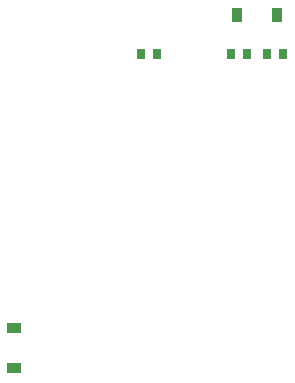
<source format=gtp>
G04 Layer: TopPasteMaskLayer*
G04 EasyEDA v6.5.32, 2023-07-25 14:04:49*
G04 f14fb49f93b44de6823b6a38d3d77f6c,5a6b42c53f6a479593ecc07194224c93,10*
G04 Gerber Generator version 0.2*
G04 Scale: 100 percent, Rotated: No, Reflected: No *
G04 Dimensions in millimeters *
G04 leading zeros omitted , absolute positions ,4 integer and 5 decimal *
%FSLAX45Y45*%
%MOMM*%

%ADD10R,0.9500X1.1500*%
%ADD11R,1.1500X0.9500*%
%ADD12R,0.8000X0.9000*%

%LPD*%
D10*
G01*
X3547440Y4495800D03*
G01*
X3208959Y4495800D03*
D11*
G01*
X1320800Y1507159D03*
G01*
X1320800Y1845640D03*
D12*
G01*
X3155797Y4165600D03*
G01*
X3295802Y4165600D03*
G01*
X3460597Y4165600D03*
G01*
X3600602Y4165600D03*
G01*
X2393797Y4165600D03*
G01*
X2533802Y4165600D03*
M02*

</source>
